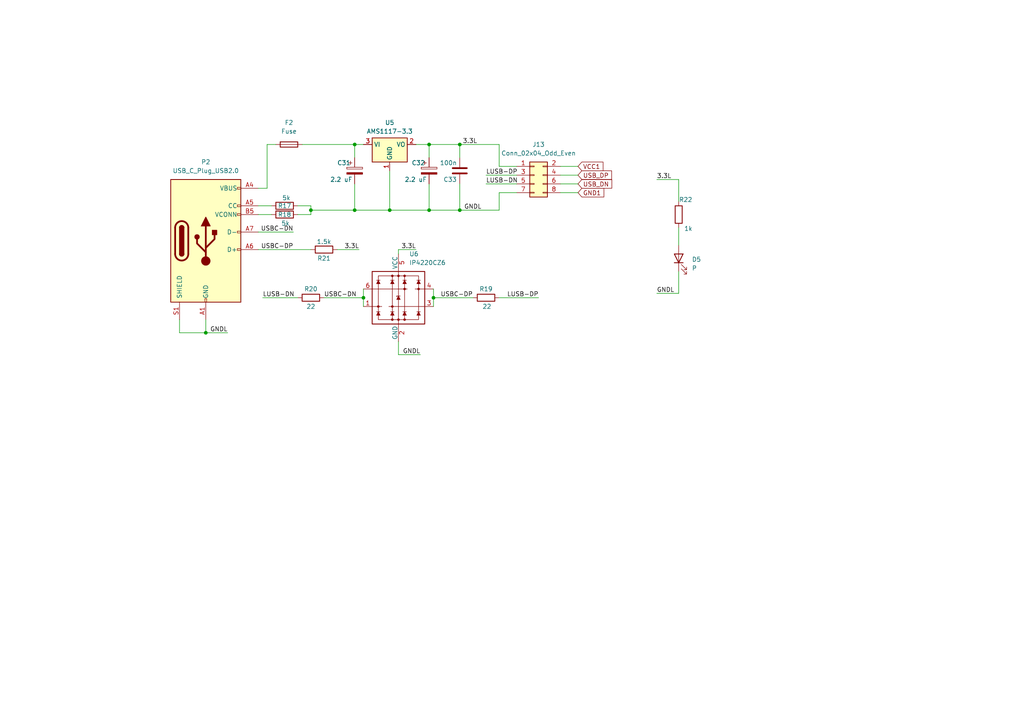
<source format=kicad_sch>
(kicad_sch (version 20250114) (generator "eeschema") (generator_version "9.0")
  (paper "A4")
  (lib_symbols
    (symbol "Connector:USB_C_Plug_USB2.0" (pin_names (offset 1.016))
      (property "Reference" "P" (at -10.16 19.05 0))
      (property "Value" "USB_C_Plug_USB2.0" (at 12.7 19.05 0))
      (symbol "USB_C_Plug_USB2.0_0_0"
        (rectangle (start -0.254 -17.78) (end 0.254 -16.764))
        (rectangle (start 10.16 15.494) (end 9.144 14.986))
        (rectangle (start 10.16 10.414) (end 9.144 9.906))
        (rectangle (start 10.16 7.874) (end 9.144 7.366))
        (rectangle (start 10.16 2.794) (end 9.144 2.286))
        (rectangle (start 10.16 -2.286) (end 9.144 -2.794))
      )
      (symbol "USB_C_Plug_USB2.0_0_1"
        (rectangle (start -10.16 17.78) (end 10.16 -17.78) (stroke (width 0.254)) (fill (type background)))
        (polyline (pts (xy -8.89 -3.81) (xy -8.89 3.81)) (stroke (width 0.508)))
        (rectangle (start -7.62 -3.81) (end -6.35 3.81) (stroke (width 0.254)) (fill (type outline)))
        (arc (start -7.62 3.81) (mid -6.985 4.4423) (end -6.35 3.81) (stroke (width 0.254)))
        (arc (start -7.62 3.81) (mid -6.985 4.4423) (end -6.35 3.81) (stroke (width 0.254)) (fill (type outline)))
        (arc (start -8.89 3.81) (mid -6.985 5.7067) (end -5.08 3.81) (stroke (width 0.508)))
        (arc (start -5.08 -3.81) (mid -6.985 -5.7067) (end -8.89 -3.81) (stroke (width 0.508)))
        (arc (start -6.35 -3.81) (mid -6.985 -4.4423) (end -7.62 -3.81) (stroke (width 0.254)))
        (arc (start -6.35 -3.81) (mid -6.985 -4.4423) (end -7.62 -3.81) (stroke (width 0.254)) (fill (type outline)))
        (polyline (pts (xy -5.08 3.81) (xy -5.08 -3.81)) (stroke (width 0.508)))
        (circle (center -2.54 1.143) (radius 0.635) (stroke (width 0.254)) (fill (type outline)))
        (polyline (pts (xy -1.27 4.318) (xy 0 6.858) (xy 1.27 4.318) (xy -1.27 4.318)) (stroke (width 0.254)) (fill (type outline)))
        (polyline (pts (xy 0 -2.032) (xy 2.54 0.508) (xy 2.54 1.778)) (stroke (width 0.508)))
        (polyline (pts (xy 0 -3.302) (xy -2.54 -0.762) (xy -2.54 0.508)) (stroke (width 0.508)))
        (polyline (pts (xy 0 -5.842) (xy 0 4.318)) (stroke (width 0.508)))
        (circle (center 0 -5.842) (radius 1.27) (fill (type outline)))
        (rectangle (start 1.905 1.778) (end 3.175 3.048) (stroke (width 0.254)) (fill (type outline)))
      )
      (symbol "USB_C_Plug_USB2.0_1_1"
        (pin passive line (at -7.62 -22.86 90) (length 5.08) (name "SHIELD") (number "S1"))
        (pin passive line (at 0 -22.86 90) (length 5.08) (name "GND") (number "A1"))
        (pin passive line (at 0 -22.86 90) (length 5.08) (hide yes) (name "GND") (number "A12"))
        (pin passive line (at 0 -22.86 90) (length 5.08) (hide yes) (name "GND") (number "B1"))
        (pin passive line (at 0 -22.86 90) (length 5.08) (hide yes) (name "GND") (number "B12"))
        (pin passive line (at 15.24 15.24 180) (length 5.08) (name "VBUS") (number "A4"))
        (pin passive line (at 15.24 15.24 180) (length 5.08) (hide yes) (name "VBUS") (number "A9"))
        (pin passive line (at 15.24 15.24 180) (length 5.08) (hide yes) (name "VBUS") (number "B4"))
        (pin passive line (at 15.24 15.24 180) (length 5.08) (hide yes) (name "VBUS") (number "B9"))
        (pin bidirectional line (at 15.24 10.16 180) (length 5.08) (name "CC") (number "A5"))
        (pin bidirectional line (at 15.24 7.62 180) (length 5.08) (name "VCONN") (number "B5"))
        (pin bidirectional line (at 15.24 2.54 180) (length 5.08) (name "D-") (number "A7"))
        (pin bidirectional line (at 15.24 -2.54 180) (length 5.08) (name "D+") (number "A6"))
      )
    )
    (symbol "Connector_Generic:Conn_02x04_Odd_Even" (pin_names (offset 1.016) (hide yes))
      (property "Reference" "J" (at 1.27 5.08 0))
      (property "Value" "Conn_02x04_Odd_Even" (at 1.27 -7.62 0))
      (symbol "Conn_02x04_Odd_Even_1_1"
        (rectangle (start -1.27 3.81) (end 3.81 -6.35) (stroke (width 0.254)) (fill (type background)))
        (rectangle (start -1.27 2.667) (end 0 2.413) (stroke (width 0.1524)))
        (rectangle (start -1.27 0.127) (end 0 -0.127) (stroke (width 0.1524)))
        (rectangle (start -1.27 -2.413) (end 0 -2.667) (stroke (width 0.1524)))
        (rectangle (start -1.27 -4.953) (end 0 -5.207) (stroke (width 0.1524)))
        (rectangle (start 3.81 2.667) (end 2.54 2.413) (stroke (width 0.1524)))
        (rectangle (start 3.81 0.127) (end 2.54 -0.127) (stroke (width 0.1524)))
        (rectangle (start 3.81 -2.413) (end 2.54 -2.667) (stroke (width 0.1524)))
        (rectangle (start 3.81 -4.953) (end 2.54 -5.207) (stroke (width 0.1524)))
        (pin passive line (at -5.08 2.54 0) (length 3.81) (name "Pin_1") (number "1"))
        (pin passive line (at -5.08 0 0) (length 3.81) (name "Pin_3") (number "3"))
        (pin passive line (at -5.08 -2.54 0) (length 3.81) (name "Pin_5") (number "5"))
        (pin passive line (at -5.08 -5.08 0) (length 3.81) (name "Pin_7") (number "7"))
        (pin passive line (at 7.62 2.54 180) (length 3.81) (name "Pin_2") (number "2"))
        (pin passive line (at 7.62 0 180) (length 3.81) (name "Pin_4") (number "4"))
        (pin passive line (at 7.62 -2.54 180) (length 3.81) (name "Pin_6") (number "6"))
        (pin passive line (at 7.62 -5.08 180) (length 3.81) (name "Pin_8") (number "8"))
      )
    )
    (symbol "Device:C" (pin_numbers (hide yes)) (pin_names (offset 0.254))
      (property "Reference" "C" (at 0.635 2.54 0))
      (property "Value" "C" (at 0.635 -2.54 0))
      (symbol "C_0_1"
        (polyline (pts (xy -2.032 0.762) (xy 2.032 0.762)) (stroke (width 0.508)))
        (polyline (pts (xy -2.032 -0.762) (xy 2.032 -0.762)) (stroke (width 0.508)))
      )
      (symbol "C_1_1"
        (pin passive line (at 0 3.81 270) (length 2.794) (name "~") (number "1"))
        (pin passive line (at 0 -3.81 90) (length 2.794) (name "~") (number "2"))
      )
    )
    (symbol "Device:C_Polarized" (pin_numbers (hide yes)) (pin_names (offset 0.254))
      (property "Reference" "C" (at 0.635 2.54 0))
      (property "Value" "C_Polarized" (at 0.635 -2.54 0))
      (symbol "C_Polarized_0_1"
        (rectangle (start -2.286 0.508) (end 2.286 1.016))
        (polyline (pts (xy -1.778 2.286) (xy -0.762 2.286)))
        (polyline (pts (xy -1.27 2.794) (xy -1.27 1.778)))
        (rectangle (start 2.286 -0.508) (end -2.286 -1.016) (fill (type outline)))
      )
      (symbol "C_Polarized_1_1"
        (pin passive line (at 0 3.81 270) (length 2.794) (name "~") (number "1"))
        (pin passive line (at 0 -3.81 90) (length 2.794) (name "~") (number "2"))
      )
    )
    (symbol "Device:Fuse" (pin_numbers (hide yes)) (pin_names (offset 0))
      (property "Reference" "F" (at 2.032 0 90))
      (property "Value" "Fuse" (at -1.905 0 90))
      (symbol "Fuse_0_1"
        (rectangle (start -0.762 -2.54) (end 0.762 2.54) (stroke (width 0.254)))
        (polyline (pts (xy 0 2.54) (xy 0 -2.54)))
      )
      (symbol "Fuse_1_1"
        (pin passive line (at 0 3.81 270) (length 1.27) (name "~") (number "1"))
        (pin passive line (at 0 -3.81 90) (length 1.27) (name "~") (number "2"))
      )
    )
    (symbol "Device:LED" (pin_numbers (hide yes)) (pin_names (offset 1.016) (hide yes))
      (property "Reference" "D" (at 0 2.54 0))
      (property "Value" "LED" (at 0 -2.54 0))
      (symbol "LED_0_1"
        (polyline (pts (xy -3.048 -0.762) (xy -4.572 -2.286) (xy -3.81 -2.286) (xy -4.572 -2.286) (xy -4.572 -1.524)))
        (polyline (pts (xy -1.778 -0.762) (xy -3.302 -2.286) (xy -2.54 -2.286) (xy -3.302 -2.286) (xy -3.302 -1.524)))
        (polyline (pts (xy -1.27 0) (xy 1.27 0)))
        (polyline (pts (xy -1.27 -1.27) (xy -1.27 1.27)) (stroke (width 0.254)))
        (polyline (pts (xy 1.27 -1.27) (xy 1.27 1.27) (xy -1.27 0) (xy 1.27 -1.27)) (stroke (width 0.254)))
      )
      (symbol "LED_1_1"
        (pin passive line (at -3.81 0 0) (length 2.54) (name "K") (number "1"))
        (pin passive line (at 3.81 0 180) (length 2.54) (name "A") (number "2"))
      )
    )
    (symbol "Device:R" (pin_numbers (hide yes)) (pin_names (offset 0))
      (property "Reference" "R" (at 2.032 0 90))
      (property "Value" "R" (at 0 0 90))
      (symbol "R_0_1"
        (rectangle (start -1.016 -2.54) (end 1.016 2.54) (stroke (width 0.254)))
      )
      (symbol "R_1_1"
        (pin passive line (at 0 3.81 270) (length 1.27) (name "~") (number "1"))
        (pin passive line (at 0 -3.81 90) (length 1.27) (name "~") (number "2"))
      )
    )
    (symbol "K1921VG015:IP4220CZ6" (pin_names (offset 0))
      (property "Reference" "U3" (at 3.1181 12.7 0))
      (property "Value" "IP4220CZ6" (at 3.1181 10.16 0))
      (symbol "IP4220CZ6_0_0"
        (rectangle (start -5.842 6.35) (end 5.842 -6.35))
        (polyline (pts (xy -1.778 -6.35) (xy -1.778 6.35)))
        (polyline (pts (xy 1.778 6.35) (xy 1.778 -6.35)))
      )
      (symbol "IP4220CZ6_0_1"
        (polyline (pts (xy -7.62 2.54) (xy 2.54 2.54)))
        (polyline (pts (xy -7.62 -2.54) (xy -4.826 -2.54)))
        (circle (center -5.842 -2.54) (radius 0.2794) (fill (type outline)))
        (polyline (pts (xy -5.334 5.08) (xy -6.35 5.08)))
        (polyline (pts (xy -5.334 -4.064) (xy -6.35 -4.064)))
        (circle (center -1.778 6.35) (radius 0.2794) (fill (type outline)))
        (circle (center -1.778 -2.54) (radius 0.2794) (fill (type outline)))
        (circle (center -1.778 -6.35) (radius 0.2794) (fill (type outline)))
        (polyline (pts (xy -1.27 5.08) (xy -2.286 5.08)))
        (polyline (pts (xy -1.27 -4.064) (xy -2.286 -4.064)))
        (polyline (pts (xy -0.508 0.508) (xy -0.508 0.254)))
        (polyline (pts (xy 0 7.62) (xy 0 -7.62)))
        (circle (center 0 6.35) (radius 0.2794) (fill (type outline)))
        (circle (center 0 -6.35) (radius 0.2794) (fill (type outline)))
        (polyline (pts (xy 0.508 0.508) (xy -0.508 0.508)))
        (circle (center 1.778 6.35) (radius 0.2794) (fill (type outline)))
        (circle (center 1.778 2.54) (radius 0.2794) (fill (type outline)))
        (circle (center 1.778 -6.35) (radius 0.2794) (fill (type outline)))
        (polyline (pts (xy 2.286 5.08) (xy 1.27 5.08)))
        (polyline (pts (xy 2.286 -4.064) (xy 1.27 -4.064)))
        (circle (center 5.842 2.54) (radius 0.2794) (fill (type outline)))
        (polyline (pts (xy 6.35 5.08) (xy 5.334 5.08)))
        (polyline (pts (xy 6.35 -4.064) (xy 5.334 -4.064)))
        (polyline (pts (xy 7.62 2.54) (xy 4.826 2.54)))
        (polyline (pts (xy 7.62 -2.54) (xy -2.794 -2.54)))
      )
      (symbol "IP4220CZ6_1_1"
        (rectangle (start -7.62 7.62) (end 7.62 -7.62) (stroke (width 0.254)))
        (polyline (pts (xy -5.334 4.064) (xy -6.35 4.064) (xy -5.842 5.08) (xy -5.334 4.064)) (fill (type outline)))
        (polyline (pts (xy -5.334 -5.08) (xy -6.35 -5.08) (xy -5.842 -4.064) (xy -5.334 -5.08)) (fill (type outline)))
        (polyline (pts (xy -1.27 4.064) (xy -2.286 4.064) (xy -1.778 5.08) (xy -1.27 4.064)) (fill (type outline)))
        (polyline (pts (xy -1.27 -5.08) (xy -2.286 -5.08) (xy -1.778 -4.064) (xy -1.27 -5.08)) (fill (type outline)))
        (polyline (pts (xy 0.508 -0.508) (xy -0.508 -0.508) (xy 0 0.508) (xy 0.508 -0.508)) (fill (type outline)))
        (polyline (pts (xy 2.286 4.064) (xy 1.27 4.064) (xy 1.778 5.08) (xy 2.286 4.064)) (fill (type outline)))
        (polyline (pts (xy 2.286 -5.08) (xy 1.27 -5.08) (xy 1.778 -4.064) (xy 2.286 -5.08)) (fill (type outline)))
        (polyline (pts (xy 6.35 4.064) (xy 5.334 4.064) (xy 5.842 5.08) (xy 6.35 4.064)) (fill (type outline)))
        (polyline (pts (xy 6.35 -5.08) (xy 5.334 -5.08) (xy 5.842 -4.064) (xy 6.35 -5.08)) (fill (type outline)))
        (pin passive line (at -10.16 2.54 0) (length 2.54) (name "") (number "6"))
        (pin passive line (at -10.16 -2.54 0) (length 2.54) (name "") (number "1"))
        (pin passive line (at 0 12.7 270) (length 5.08) (name "VCC") (number "5"))
        (pin passive line (at 0 -12.7 90) (length 5.08) (name "GND") (number "2"))
        (pin passive line (at 10.16 2.54 180) (length 2.54) (name "") (number "4"))
        (pin passive line (at 10.16 -2.54 180) (length 2.54) (name "") (number "3"))
      )
    )
    (symbol "Regulator_Linear:AMS1117-3.3"
      (property "Reference" "U" (at -3.81 3.175 0))
      (property "Value" "AMS1117-3.3" (at 0 3.175 0))
      (symbol "AMS1117-3.3_0_1"
        (rectangle (start -5.08 -5.08) (end 5.08 1.905) (stroke (width 0.254)) (fill (type background)))
      )
      (symbol "AMS1117-3.3_1_1"
        (pin power_in line (at -7.62 0 0) (length 2.54) (name "VI") (number "3"))
        (pin power_in line (at 0 -7.62 90) (length 2.54) (name "GND") (number "1"))
        (pin power_out line (at 7.62 0 180) (length 2.54) (name "VO") (number "2"))
      )
    )
  )
  (junction (at 133.35 41.91))
  (junction (at 133.35 60.96))
  (junction (at 102.87 41.91))
  (junction (at 105.41 86.36))
  (junction (at 124.46 60.96))
  (junction (at 102.87 60.96))
  (junction (at 90.17 60.96))
  (junction (at 113.03 60.96))
  (junction (at 124.46 41.91))
  (junction (at 59.69 96.52))
  (junction (at 125.73 86.36))
  (wire (pts (xy 59.69 92.71) (xy 59.69 96.52)))
  (wire (pts (xy 124.46 41.91) (xy 124.46 45.72)))
  (wire (pts (xy 120.65 41.91) (xy 124.46 41.91)))
  (wire (pts (xy 133.35 45.72) (xy 133.35 41.91)))
  (wire (pts (xy 162.56 53.34) (xy 167.64 53.34)))
  (wire (pts (xy 120.65 72.39) (xy 115.57 72.39)))
  (wire (pts (xy 137.16 86.36) (xy 125.73 86.36)))
  (wire (pts (xy 74.93 54.61) (xy 77.47 54.61)))
  (wire (pts (xy 113.03 60.96) (xy 102.87 60.96)))
  (wire (pts (xy 140.97 50.8) (xy 149.86 50.8)))
  (wire (pts (xy 80.01 41.91) (xy 77.47 41.91)))
  (wire (pts (xy 124.46 60.96) (xy 113.03 60.96)))
  (wire (pts (xy 196.85 78.74) (xy 196.85 85.09)))
  (wire (pts (xy 102.87 41.91) (xy 102.87 45.72)))
  (wire (pts (xy 196.85 52.07) (xy 190.5 52.07)))
  (wire (pts (xy 196.85 58.42) (xy 196.85 52.07)))
  (wire (pts (xy 149.86 55.88) (xy 144.78 55.88)))
  (wire (pts (xy 102.87 53.34) (xy 102.87 60.96)))
  (wire (pts (xy 85.09 67.31) (xy 74.93 67.31)))
  (wire (pts (xy 196.85 66.04) (xy 196.85 71.12)))
  (wire (pts (xy 86.36 62.23) (xy 90.17 62.23)))
  (wire (pts (xy 162.56 48.26) (xy 167.64 48.26)))
  (wire (pts (xy 52.07 96.52) (xy 59.69 96.52)))
  (wire (pts (xy 115.57 102.87) (xy 115.57 99.06)))
  (wire (pts (xy 90.17 59.69) (xy 90.17 60.96)))
  (wire (pts (xy 125.73 86.36) (xy 125.73 88.9)))
  (wire (pts (xy 162.56 55.88) (xy 167.64 55.88)))
  (wire (pts (xy 66.04 96.52) (xy 59.69 96.52)))
  (wire (pts (xy 74.93 59.69) (xy 78.74 59.69)))
  (wire (pts (xy 162.56 50.8) (xy 167.64 50.8)))
  (wire (pts (xy 144.78 48.26) (xy 144.78 41.91)))
  (wire (pts (xy 52.07 92.71) (xy 52.07 96.52)))
  (wire (pts (xy 149.86 48.26) (xy 144.78 48.26)))
  (wire (pts (xy 90.17 60.96) (xy 90.17 62.23)))
  (wire (pts (xy 74.93 62.23) (xy 78.74 62.23)))
  (wire (pts (xy 86.36 86.36) (xy 76.2 86.36)))
  (wire (pts (xy 125.73 86.36) (xy 125.73 83.82)))
  (wire (pts (xy 140.97 53.34) (xy 149.86 53.34)))
  (wire (pts (xy 102.87 60.96) (xy 90.17 60.96)))
  (wire (pts (xy 196.85 85.09) (xy 190.5 85.09)))
  (wire (pts (xy 102.87 41.91) (xy 105.41 41.91)))
  (wire (pts (xy 115.57 102.87) (xy 121.92 102.87)))
  (wire (pts (xy 144.78 86.36) (xy 156.21 86.36)))
  (wire (pts (xy 77.47 41.91) (xy 77.47 54.61)))
  (wire (pts (xy 124.46 60.96) (xy 133.35 60.96)))
  (wire (pts (xy 133.35 60.96) (xy 144.78 60.96)))
  (wire (pts (xy 115.57 72.39) (xy 115.57 73.66)))
  (wire (pts (xy 144.78 55.88) (xy 144.78 60.96)))
  (wire (pts (xy 74.93 72.39) (xy 90.17 72.39)))
  (wire (pts (xy 104.14 72.39) (xy 97.79 72.39)))
  (wire (pts (xy 87.63 41.91) (xy 102.87 41.91)))
  (wire (pts (xy 124.46 41.91) (xy 133.35 41.91)))
  (wire (pts (xy 105.41 86.36) (xy 105.41 88.9)))
  (wire (pts (xy 113.03 49.53) (xy 113.03 60.96)))
  (wire (pts (xy 86.36 59.69) (xy 90.17 59.69)))
  (wire (pts (xy 133.35 53.34) (xy 133.35 60.96)))
  (wire (pts (xy 133.35 41.91) (xy 144.78 41.91)))
  (wire (pts (xy 124.46 53.34) (xy 124.46 60.96)))
  (wire (pts (xy 93.98 86.36) (xy 105.41 86.36)))
  (wire (pts (xy 105.41 83.82) (xy 105.41 86.36)))
  (label "GNDL" (at 190.5 85.09 0))
  (label "GNDL" (at 121.92 102.87 180))
  (label "3.3L" (at 120.65 72.39 180))
  (label "USBC-DP" (at 85.09 72.39 180))
  (label "GNDL" (at 66.04 96.52 180))
  (label "3.3L" (at 138.43 41.91 180))
  (label "LUSB-DN" (at 76.2 86.36 0))
  (label "LUSB-DN" (at 140.97 53.34 0))
  (label "USBC-DN" (at 85.09 67.31 180))
  (label "USBC-DP" (at 137.16 86.36 180))
  (label "GNDL" (at 139.7 60.96 180))
  (label "3.3L" (at 190.5 52.07 0))
  (label "LUSB-DP" (at 156.21 86.36 180))
  (label "3.3L" (at 104.14 72.39 180))
  (label "USBC-DN" (at 93.98 86.36 0))
  (label "LUSB-DP" (at 140.97 50.8 0))
  (global_label "GND1" (shape input) (at 167.64 55.88 0) (property "Intersheetrefs" "${INTERSHEET_REFS}" (effects (hide yes))))
  (global_label "USB_DP" (shape input) (at 167.64 50.8 0) (property "Intersheetrefs" "${INTERSHEET_REFS}" (effects (hide yes))))
  (global_label "VCC1" (shape input) (at 167.64 48.26 0) (property "Intersheetrefs" "${INTERSHEET_REFS}" (effects (hide yes))))
  (global_label "USB_DN" (shape input) (at 167.64 53.34 0) (property "Intersheetrefs" "${INTERSHEET_REFS}" (effects (hide yes))))
  (symbol (lib_id "Device:C") (at 133.35 49.53 0) (unit 1) (on_board no)
    (property "Reference" "C33" (at 130.556 52.07 0))
    (property "Value" "100n" (at 130.048 47.244 0))
    (property "Footprint" "Capacitor_SMD:C_0805_2012Metric" (effects (hide yes)))
    (property "Description" "Unpolarized capacitor" (effects (hide yes)))
  )
  (symbol (lib_id "Device:C_Polarized") (at 124.46 49.53 0) (unit 1) (on_board no)
    (property "Reference" "C32" (at 119.38 47.244 0) (effects (justify left)))
    (property "Value" "2.2 uF" (at 117.348 52.07 0) (effects (justify left)))
    (property "Footprint" "Capacitor_Tantalum_SMD:CP_EIA-3528-21_Kemet-B" (effects (hide yes)))
    (property "Description" "Tantalum Polarized capacitor" (effects (hide yes)))
  )
  (symbol (lib_id "Device:R") (at 93.98 72.39 90) (unit 1) (on_board no)
    (property "Reference" "R21" (at 93.98 74.93 90))
    (property "Value" "1.5k" (at 93.98 70.104 90))
    (property "Footprint" "Resistor_SMD:R_0805_2012Metric" (effects (hide yes)))
    (property "Description" "Resistor" (effects (hide yes)))
  )
  (symbol (lib_id "Device:C_Polarized") (at 102.87 49.53 0) (unit 1) (on_board no)
    (property "Reference" "C31" (at 97.79 47.244 0) (effects (justify left)))
    (property "Value" "2.2 uF" (at 95.758 52.07 0) (effects (justify left)))
    (property "Footprint" "Capacitor_Tantalum_SMD:CP_EIA-3528-21_Kemet-B" (effects (hide yes)))
    (property "Description" "Tantalum Polarized capacitor" (effects (hide yes)))
  )
  (symbol (lib_id "Connector_Generic:Conn_02x04_Odd_Even") (at 154.94 50.8 0) (unit 1) (on_board no)
    (property "Reference" "J13" (at 156.21 41.91 0))
    (property "Value" "Conn_02x04_Odd_Even" (at 156.21 44.45 0))
    (property "Footprint" "Connector_PinHeader_2.54mm:PinHeader_2x04_P2.54mm_Vertical" (effects (hide yes)))
    (property "Description" "Generic connector, double row, 02x04, odd/even pin numbering scheme (row 1 odd numbers, row 2 even numbers), script generated (kicad-library-utils/schlib/autogen/connector/)" (effects (hide yes)))
  )
  (symbol (lib_id "Device:R") (at 196.85 62.23 0) (unit 1) (on_board no)
    (property "Reference" "R22" (at 198.882 57.912 0))
    (property "Value" "1k" (at 199.644 66.294 0))
    (property "Footprint" "Resistor_SMD:R_0805_2012Metric" (effects (hide yes)))
    (property "Description" "Resistor" (effects (hide yes)))
  )
  (symbol (lib_id "Device:R") (at 82.55 59.69 90) (unit 1) (on_board no)
    (property "Reference" "R17" (at 82.55 59.69 90))
    (property "Value" "5k" (at 83.058 57.404 90))
    (property "Footprint" "Resistor_SMD:R_0805_2012Metric" (effects (hide yes)))
    (property "Description" "Resistor" (effects (hide yes)))
  )
  (symbol (lib_id "Connector:USB_C_Plug_USB2.0") (at 59.69 69.85 0) (unit 1) (on_board no)
    (property "Reference" "P2" (at 59.69 46.99 0))
    (property "Value" "USB_C_Plug_USB2.0" (at 59.69 49.53 0))
    (property "Footprint" "Connector_USB:USB_C_Receptacle_HRO_TYPE-C-31-M-12" (effects (hide yes)))
    (property "Datasheet" "https://www.usb.org/sites/default/files/documents/usb_type-c.zip" (effects (hide yes)))
    (property "Description" "https://www.chipdip.ru/product0/9001593636" (effects (hide yes)))
  )
  (symbol (lib_id "Regulator_Linear:AMS1117-3.3") (at 113.03 41.91 0) (unit 1) (on_board no)
    (property "Reference" "U5" (at 113.03 35.56 0))
    (property "Value" "AMS1117-3.3" (at 113.03 38.1 0))
    (property "Footprint" "Package_TO_SOT_SMD:SOT-223-3_TabPin2" (effects (hide yes)))
    (property "Datasheet" "http://www.advanced-monolithic.com/pdf/ds1117.pdf" (effects (hide yes)))
    (property "Description" "1A Low Dropout regulator, positive, 3.3V fixed output, SOT-223" (effects (hide yes)))
  )
  (symbol (lib_id "Device:R") (at 82.55 62.23 90) (unit 1) (on_board no)
    (property "Reference" "R18" (at 82.55 62.23 90))
    (property "Value" "5k" (at 82.804 64.77 90))
    (property "Footprint" "Resistor_SMD:R_0805_2012Metric" (effects (hide yes)))
    (property "Description" "Resistor" (effects (hide yes)))
  )
  (symbol (lib_id "Device:R") (at 90.17 86.36 90) (unit 1) (on_board no)
    (property "Reference" "R20" (at 90.17 83.82 90))
    (property "Value" "22" (at 90.17 88.9 90))
    (property "Footprint" "Resistor_SMD:R_0805_2012Metric" (effects (hide yes)))
    (property "Description" "Resistor" (effects (hide yes)))
  )
  (symbol (lib_id "Device:LED") (at 196.85 74.93 90) (unit 1) (on_board no)
    (property "Reference" "D5" (at 200.66 75.2474 90) (effects (justify right)))
    (property "Value" "P" (at 200.66 77.7874 90) (effects (justify right)))
    (property "Footprint" "LED_SMD:LED_0805_2012Metric" (effects (hide yes)))
    (property "Description" "Light emitting diode" (effects (hide yes)))
    (property "Sim.Pins" "1=K 2=A" (effects (hide yes)))
  )
  (symbol (lib_id "Device:Fuse") (at 83.82 41.91 90) (unit 1) (on_board no)
    (property "Reference" "F2" (at 83.82 35.56 90))
    (property "Value" "Fuse" (at 83.82 38.1 90))
    (property "Footprint" "Fuse:Fuse_1812_4532Metric" (effects (hide yes)))
    (property "Datasheet" "https://www.chipdip.ru/product/mf-msmf050" (effects (hide yes)))
    (property "Description" "Fuse" (effects (hide yes)))
  )
  (symbol (lib_id "Device:R") (at 140.97 86.36 90) (unit 1) (on_board no)
    (property "Reference" "R19" (at 140.97 83.82 90))
    (property "Value" "22" (at 141.224 88.9 90))
    (property "Footprint" "Resistor_SMD:R_0805_2012Metric" (effects (hide yes)))
    (property "Description" "Resistor" (effects (hide yes)))
  )
  (symbol (lib_id "K1921VG015:IP4220CZ6") (at 115.57 86.36 0) (unit 1) (on_board no)
    (property "Reference" "U6" (at 118.6881 73.66 0) (effects (justify left)))
    (property "Value" "IP4220CZ6" (at 118.6881 76.2 0) (effects (justify left)))
    (property "Footprint" "Package_TO_SOT_SMD:SC-74-6_1.55x2.9mm_P0.95mm" (effects (hide yes)))
    (property "Datasheet" "https://assets.nexperia.com/documents/data-sheet/IP4234CZ6.pdf" (effects (hide yes)))
    (property "Description" "ESD Protection, 2 channel, USB 2.0 to IEC 61000-4-2 level 4, 5.5V, SOT457 (SC-74-6)" (effects (hide yes)))
  )
)
</source>
